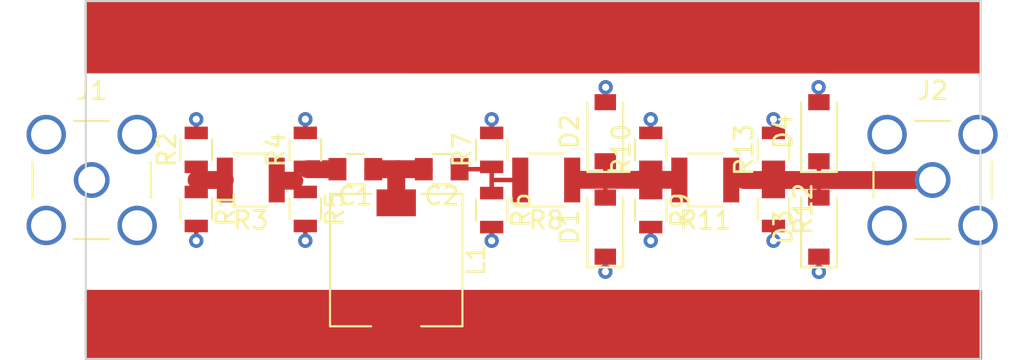
<source format=kicad_pcb>
(kicad_pcb (version 20171130) (host pcbnew "(5.1.2)-1")

  (general
    (thickness 1.6)
    (drawings 6)
    (tracks 47)
    (zones 0)
    (modules 22)
    (nets 8)
  )

  (page A4)
  (layers
    (0 F.Cu signal)
    (31 B.Cu signal)
    (32 B.Adhes user)
    (33 F.Adhes user)
    (34 B.Paste user)
    (35 F.Paste user)
    (36 B.SilkS user)
    (37 F.SilkS user)
    (38 B.Mask user)
    (39 F.Mask user)
    (40 Dwgs.User user)
    (41 Cmts.User user)
    (42 Eco1.User user)
    (43 Eco2.User user)
    (44 Edge.Cuts user)
    (45 Margin user)
    (46 B.CrtYd user)
    (47 F.CrtYd user)
    (48 B.Fab user)
    (49 F.Fab user)
  )

  (setup
    (last_trace_width 0.25)
    (trace_clearance 0.2)
    (zone_clearance 0.508)
    (zone_45_only no)
    (trace_min 0.2)
    (via_size 0.8)
    (via_drill 0.4)
    (via_min_size 0.4)
    (via_min_drill 0.3)
    (uvia_size 0.3)
    (uvia_drill 0.1)
    (uvias_allowed no)
    (uvia_min_size 0.2)
    (uvia_min_drill 0.1)
    (edge_width 0.05)
    (segment_width 0.2)
    (pcb_text_width 0.3)
    (pcb_text_size 1.5 1.5)
    (mod_edge_width 0.12)
    (mod_text_size 1 1)
    (mod_text_width 0.15)
    (pad_size 0.7 1.3)
    (pad_drill 0)
    (pad_to_mask_clearance 0.051)
    (solder_mask_min_width 0.25)
    (aux_axis_origin 0 0)
    (grid_origin 100 115)
    (visible_elements 7FFFFFFF)
    (pcbplotparams
      (layerselection 0x010fc_ffffffff)
      (usegerberextensions false)
      (usegerberattributes false)
      (usegerberadvancedattributes false)
      (creategerberjobfile false)
      (excludeedgelayer true)
      (linewidth 0.100000)
      (plotframeref false)
      (viasonmask false)
      (mode 1)
      (useauxorigin false)
      (hpglpennumber 1)
      (hpglpenspeed 20)
      (hpglpendiameter 15.000000)
      (psnegative false)
      (psa4output false)
      (plotreference true)
      (plotvalue true)
      (plotinvisibletext false)
      (padsonsilk false)
      (subtractmaskfromsilk false)
      (outputformat 1)
      (mirror false)
      (drillshape 1)
      (scaleselection 1)
      (outputdirectory ""))
  )

  (net 0 "")
  (net 1 "Net-(C1-Pad1)")
  (net 2 "Net-(C1-Pad2)")
  (net 3 "Net-(C2-Pad1)")
  (net 4 GND)
  (net 5 "Net-(D1-Pad2)")
  (net 6 "Net-(D3-Pad2)")
  (net 7 "Net-(J1-Pad1)")

  (net_class Default "This is the default net class."
    (clearance 0.2)
    (trace_width 0.25)
    (via_dia 0.8)
    (via_drill 0.4)
    (uvia_dia 0.3)
    (uvia_drill 0.1)
    (add_net GND)
    (add_net "Net-(C1-Pad1)")
    (add_net "Net-(C1-Pad2)")
    (add_net "Net-(C2-Pad1)")
    (add_net "Net-(D1-Pad2)")
    (add_net "Net-(D3-Pad2)")
    (add_net "Net-(J1-Pad1)")
  )

  (module Resistors_SMD:R_0805 (layer F.Cu) (tedit 58E0A804) (tstamp 5CF47C43)
    (at 138.43 103.316 90)
    (descr "Resistor SMD 0805, reflow soldering, Vishay (see dcrcw.pdf)")
    (tags "resistor 0805")
    (path /5CF65A21)
    (attr smd)
    (fp_text reference R13 (at 0 -1.65 90) (layer F.SilkS)
      (effects (font (size 1 1) (thickness 0.15)))
    )
    (fp_text value 820 (at 0 1.75 90) (layer F.Fab)
      (effects (font (size 1 1) (thickness 0.15)))
    )
    (fp_text user %R (at 0 0 90) (layer F.Fab)
      (effects (font (size 0.5 0.5) (thickness 0.075)))
    )
    (fp_line (start -1 0.62) (end -1 -0.62) (layer F.Fab) (width 0.1))
    (fp_line (start 1 0.62) (end -1 0.62) (layer F.Fab) (width 0.1))
    (fp_line (start 1 -0.62) (end 1 0.62) (layer F.Fab) (width 0.1))
    (fp_line (start -1 -0.62) (end 1 -0.62) (layer F.Fab) (width 0.1))
    (fp_line (start 0.6 0.88) (end -0.6 0.88) (layer F.SilkS) (width 0.12))
    (fp_line (start -0.6 -0.88) (end 0.6 -0.88) (layer F.SilkS) (width 0.12))
    (fp_line (start -1.55 -0.9) (end 1.55 -0.9) (layer F.CrtYd) (width 0.05))
    (fp_line (start -1.55 -0.9) (end -1.55 0.9) (layer F.CrtYd) (width 0.05))
    (fp_line (start 1.55 0.9) (end 1.55 -0.9) (layer F.CrtYd) (width 0.05))
    (fp_line (start 1.55 0.9) (end -1.55 0.9) (layer F.CrtYd) (width 0.05))
    (pad 1 smd rect (at -0.95 0 90) (size 0.7 1.3) (layers F.Cu F.Paste F.Mask)
      (net 6 "Net-(D3-Pad2)"))
    (pad 2 smd rect (at 0.95 0 90) (size 0.7 1.3) (layers F.Cu F.Paste F.Mask)
      (net 4 GND))
    (model ${KISYS3DMOD}/Resistors_SMD.3dshapes/R_0805.wrl
      (at (xyz 0 0 0))
      (scale (xyz 1 1 1))
      (rotate (xyz 0 0 0))
    )
  )

  (module Resistors_SMD:R_0805 (layer F.Cu) (tedit 58E0A804) (tstamp 5CF47C40)
    (at 138.43 106.618 270)
    (descr "Resistor SMD 0805, reflow soldering, Vishay (see dcrcw.pdf)")
    (tags "resistor 0805")
    (path /5CF652FF)
    (attr smd)
    (fp_text reference R12 (at 0 -1.65 90) (layer F.SilkS)
      (effects (font (size 1 1) (thickness 0.15)))
    )
    (fp_text value 820 (at 0 1.75 90) (layer F.Fab)
      (effects (font (size 1 1) (thickness 0.15)))
    )
    (fp_text user %R (at 0 0 90) (layer F.Fab)
      (effects (font (size 0.5 0.5) (thickness 0.075)))
    )
    (fp_line (start -1 0.62) (end -1 -0.62) (layer F.Fab) (width 0.1))
    (fp_line (start 1 0.62) (end -1 0.62) (layer F.Fab) (width 0.1))
    (fp_line (start 1 -0.62) (end 1 0.62) (layer F.Fab) (width 0.1))
    (fp_line (start -1 -0.62) (end 1 -0.62) (layer F.Fab) (width 0.1))
    (fp_line (start 0.6 0.88) (end -0.6 0.88) (layer F.SilkS) (width 0.12))
    (fp_line (start -0.6 -0.88) (end 0.6 -0.88) (layer F.SilkS) (width 0.12))
    (fp_line (start -1.55 -0.9) (end 1.55 -0.9) (layer F.CrtYd) (width 0.05))
    (fp_line (start -1.55 -0.9) (end -1.55 0.9) (layer F.CrtYd) (width 0.05))
    (fp_line (start 1.55 0.9) (end 1.55 -0.9) (layer F.CrtYd) (width 0.05))
    (fp_line (start 1.55 0.9) (end -1.55 0.9) (layer F.CrtYd) (width 0.05))
    (pad 1 smd rect (at -0.95 0 270) (size 0.7 1.3) (layers F.Cu F.Paste F.Mask)
      (net 6 "Net-(D3-Pad2)"))
    (pad 2 smd rect (at 0.95 0 270) (size 0.7 1.3) (layers F.Cu F.Paste F.Mask)
      (net 4 GND))
    (model ${KISYS3DMOD}/Resistors_SMD.3dshapes/R_0805.wrl
      (at (xyz 0 0 0))
      (scale (xyz 1 1 1))
      (rotate (xyz 0 0 0))
    )
  )

  (module Resistors_SMD:R_1210 (layer F.Cu) (tedit 58E0A804) (tstamp 5CF47C3D)
    (at 134.62 105 180)
    (descr "Resistor SMD 1210, reflow soldering, Vishay (see dcrcw.pdf)")
    (tags "resistor 1210")
    (path /5CF64A35)
    (attr smd)
    (fp_text reference R11 (at 0 -2.25) (layer F.SilkS)
      (effects (font (size 1 1) (thickness 0.15)))
    )
    (fp_text value 12 (at 0 2.4) (layer F.Fab)
      (effects (font (size 1 1) (thickness 0.15)))
    )
    (fp_text user %R (at 0 0) (layer F.Fab)
      (effects (font (size 0.7 0.7) (thickness 0.105)))
    )
    (fp_line (start -1.6 1.25) (end -1.6 -1.25) (layer F.Fab) (width 0.1))
    (fp_line (start 1.6 1.25) (end -1.6 1.25) (layer F.Fab) (width 0.1))
    (fp_line (start 1.6 -1.25) (end 1.6 1.25) (layer F.Fab) (width 0.1))
    (fp_line (start -1.6 -1.25) (end 1.6 -1.25) (layer F.Fab) (width 0.1))
    (fp_line (start 1 1.48) (end -1 1.48) (layer F.SilkS) (width 0.12))
    (fp_line (start -1 -1.48) (end 1 -1.48) (layer F.SilkS) (width 0.12))
    (fp_line (start -2.15 -1.5) (end 2.15 -1.5) (layer F.CrtYd) (width 0.05))
    (fp_line (start -2.15 -1.5) (end -2.15 1.5) (layer F.CrtYd) (width 0.05))
    (fp_line (start 2.15 1.5) (end 2.15 -1.5) (layer F.CrtYd) (width 0.05))
    (fp_line (start 2.15 1.5) (end -2.15 1.5) (layer F.CrtYd) (width 0.05))
    (pad 1 smd rect (at -1.45 0 180) (size 0.9 2.5) (layers F.Cu F.Paste F.Mask)
      (net 6 "Net-(D3-Pad2)"))
    (pad 2 smd rect (at 1.45 0 180) (size 0.9 2.5) (layers F.Cu F.Paste F.Mask)
      (net 5 "Net-(D1-Pad2)"))
    (model ${KISYS3DMOD}/Resistors_SMD.3dshapes/R_1210.wrl
      (at (xyz 0 0 0))
      (scale (xyz 1 1 1))
      (rotate (xyz 0 0 0))
    )
  )

  (module Resistors_SMD:R_0805 (layer F.Cu) (tedit 58E0A804) (tstamp 5CF47C3A)
    (at 131.572 103.316 90)
    (descr "Resistor SMD 0805, reflow soldering, Vishay (see dcrcw.pdf)")
    (tags "resistor 0805")
    (path /5CF541F8)
    (attr smd)
    (fp_text reference R10 (at 0 -1.65 90) (layer F.SilkS)
      (effects (font (size 1 1) (thickness 0.15)))
    )
    (fp_text value 240 (at 0 1.75 90) (layer F.Fab)
      (effects (font (size 1 1) (thickness 0.15)))
    )
    (fp_text user %R (at 0 0 90) (layer F.Fab)
      (effects (font (size 0.5 0.5) (thickness 0.075)))
    )
    (fp_line (start -1 0.62) (end -1 -0.62) (layer F.Fab) (width 0.1))
    (fp_line (start 1 0.62) (end -1 0.62) (layer F.Fab) (width 0.1))
    (fp_line (start 1 -0.62) (end 1 0.62) (layer F.Fab) (width 0.1))
    (fp_line (start -1 -0.62) (end 1 -0.62) (layer F.Fab) (width 0.1))
    (fp_line (start 0.6 0.88) (end -0.6 0.88) (layer F.SilkS) (width 0.12))
    (fp_line (start -0.6 -0.88) (end 0.6 -0.88) (layer F.SilkS) (width 0.12))
    (fp_line (start -1.55 -0.9) (end 1.55 -0.9) (layer F.CrtYd) (width 0.05))
    (fp_line (start -1.55 -0.9) (end -1.55 0.9) (layer F.CrtYd) (width 0.05))
    (fp_line (start 1.55 0.9) (end 1.55 -0.9) (layer F.CrtYd) (width 0.05))
    (fp_line (start 1.55 0.9) (end -1.55 0.9) (layer F.CrtYd) (width 0.05))
    (pad 1 smd rect (at -0.95 0 90) (size 0.7 1.3) (layers F.Cu F.Paste F.Mask)
      (net 5 "Net-(D1-Pad2)"))
    (pad 2 smd rect (at 0.95 0 90) (size 0.7 1.3) (layers F.Cu F.Paste F.Mask)
      (net 4 GND))
    (model ${KISYS3DMOD}/Resistors_SMD.3dshapes/R_0805.wrl
      (at (xyz 0 0 0))
      (scale (xyz 1 1 1))
      (rotate (xyz 0 0 0))
    )
  )

  (module Resistors_SMD:R_0805 (layer F.Cu) (tedit 58E0A804) (tstamp 5CF47C37)
    (at 131.572 106.68 270)
    (descr "Resistor SMD 0805, reflow soldering, Vishay (see dcrcw.pdf)")
    (tags "resistor 0805")
    (path /5CF53E20)
    (attr smd)
    (fp_text reference R9 (at 0 -1.65 90) (layer F.SilkS)
      (effects (font (size 1 1) (thickness 0.15)))
    )
    (fp_text value 240 (at 0 1.75 90) (layer F.Fab)
      (effects (font (size 1 1) (thickness 0.15)))
    )
    (fp_text user %R (at 0 0 90) (layer F.Fab)
      (effects (font (size 0.5 0.5) (thickness 0.075)))
    )
    (fp_line (start -1 0.62) (end -1 -0.62) (layer F.Fab) (width 0.1))
    (fp_line (start 1 0.62) (end -1 0.62) (layer F.Fab) (width 0.1))
    (fp_line (start 1 -0.62) (end 1 0.62) (layer F.Fab) (width 0.1))
    (fp_line (start -1 -0.62) (end 1 -0.62) (layer F.Fab) (width 0.1))
    (fp_line (start 0.6 0.88) (end -0.6 0.88) (layer F.SilkS) (width 0.12))
    (fp_line (start -0.6 -0.88) (end 0.6 -0.88) (layer F.SilkS) (width 0.12))
    (fp_line (start -1.55 -0.9) (end 1.55 -0.9) (layer F.CrtYd) (width 0.05))
    (fp_line (start -1.55 -0.9) (end -1.55 0.9) (layer F.CrtYd) (width 0.05))
    (fp_line (start 1.55 0.9) (end 1.55 -0.9) (layer F.CrtYd) (width 0.05))
    (fp_line (start 1.55 0.9) (end -1.55 0.9) (layer F.CrtYd) (width 0.05))
    (pad 1 smd rect (at -0.95 0 270) (size 0.7 1.3) (layers F.Cu F.Paste F.Mask)
      (net 5 "Net-(D1-Pad2)"))
    (pad 2 smd rect (at 0.95 0 270) (size 0.7 1.3) (layers F.Cu F.Paste F.Mask)
      (net 4 GND))
    (model ${KISYS3DMOD}/Resistors_SMD.3dshapes/R_0805.wrl
      (at (xyz 0 0 0))
      (scale (xyz 1 1 1))
      (rotate (xyz 0 0 0))
    )
  )

  (module Resistors_SMD:R_1210 (layer F.Cu) (tedit 58E0A804) (tstamp 5CF47C34)
    (at 125.73 105 180)
    (descr "Resistor SMD 1210, reflow soldering, Vishay (see dcrcw.pdf)")
    (tags "resistor 1210")
    (path /5CF5171A)
    (attr smd)
    (fp_text reference R8 (at 0 -2.25) (layer F.SilkS)
      (effects (font (size 1 1) (thickness 0.15)))
    )
    (fp_text value 27 (at 0 2.4) (layer F.Fab)
      (effects (font (size 1 1) (thickness 0.15)))
    )
    (fp_text user %R (at 0 0.04725) (layer F.Fab)
      (effects (font (size 0.7 0.7) (thickness 0.105)))
    )
    (fp_line (start -1.6 1.25) (end -1.6 -1.25) (layer F.Fab) (width 0.1))
    (fp_line (start 1.6 1.25) (end -1.6 1.25) (layer F.Fab) (width 0.1))
    (fp_line (start 1.6 -1.25) (end 1.6 1.25) (layer F.Fab) (width 0.1))
    (fp_line (start -1.6 -1.25) (end 1.6 -1.25) (layer F.Fab) (width 0.1))
    (fp_line (start 1 1.48) (end -1 1.48) (layer F.SilkS) (width 0.12))
    (fp_line (start -1 -1.48) (end 1 -1.48) (layer F.SilkS) (width 0.12))
    (fp_line (start -2.15 -1.5) (end 2.15 -1.5) (layer F.CrtYd) (width 0.05))
    (fp_line (start -2.15 -1.5) (end -2.15 1.5) (layer F.CrtYd) (width 0.05))
    (fp_line (start 2.15 1.5) (end 2.15 -1.5) (layer F.CrtYd) (width 0.05))
    (fp_line (start 2.15 1.5) (end -2.15 1.5) (layer F.CrtYd) (width 0.05))
    (pad 1 smd rect (at -1.45 0 180) (size 0.9 2.5) (layers F.Cu F.Paste F.Mask)
      (net 5 "Net-(D1-Pad2)"))
    (pad 2 smd rect (at 1.45 0 180) (size 0.9 2.5) (layers F.Cu F.Paste F.Mask)
      (net 3 "Net-(C2-Pad1)"))
    (model ${KISYS3DMOD}/Resistors_SMD.3dshapes/R_1210.wrl
      (at (xyz 0 0 0))
      (scale (xyz 1 1 1))
      (rotate (xyz 0 0 0))
    )
  )

  (module Resistors_SMD:R_0805 (layer F.Cu) (tedit 58E0A804) (tstamp 5CF47C31)
    (at 122.682 103.316 90)
    (descr "Resistor SMD 0805, reflow soldering, Vishay (see dcrcw.pdf)")
    (tags "resistor 0805")
    (path /5CF507A0)
    (attr smd)
    (fp_text reference R7 (at 0 -1.65 90) (layer F.SilkS)
      (effects (font (size 1 1) (thickness 0.15)))
    )
    (fp_text value 390 (at 0 1.75 90) (layer F.Fab)
      (effects (font (size 1 1) (thickness 0.15)))
    )
    (fp_text user %R (at 0 0 90) (layer F.Fab)
      (effects (font (size 0.5 0.5) (thickness 0.075)))
    )
    (fp_line (start -1 0.62) (end -1 -0.62) (layer F.Fab) (width 0.1))
    (fp_line (start 1 0.62) (end -1 0.62) (layer F.Fab) (width 0.1))
    (fp_line (start 1 -0.62) (end 1 0.62) (layer F.Fab) (width 0.1))
    (fp_line (start -1 -0.62) (end 1 -0.62) (layer F.Fab) (width 0.1))
    (fp_line (start 0.6 0.88) (end -0.6 0.88) (layer F.SilkS) (width 0.12))
    (fp_line (start -0.6 -0.88) (end 0.6 -0.88) (layer F.SilkS) (width 0.12))
    (fp_line (start -1.55 -0.9) (end 1.55 -0.9) (layer F.CrtYd) (width 0.05))
    (fp_line (start -1.55 -0.9) (end -1.55 0.9) (layer F.CrtYd) (width 0.05))
    (fp_line (start 1.55 0.9) (end 1.55 -0.9) (layer F.CrtYd) (width 0.05))
    (fp_line (start 1.55 0.9) (end -1.55 0.9) (layer F.CrtYd) (width 0.05))
    (pad 1 smd rect (at -0.95 0 90) (size 0.7 1.3) (layers F.Cu F.Paste F.Mask)
      (net 3 "Net-(C2-Pad1)"))
    (pad 2 smd rect (at 0.95 0 90) (size 0.7 1.3) (layers F.Cu F.Paste F.Mask)
      (net 4 GND))
    (model ${KISYS3DMOD}/Resistors_SMD.3dshapes/R_0805.wrl
      (at (xyz 0 0 0))
      (scale (xyz 1 1 1))
      (rotate (xyz 0 0 0))
    )
  )

  (module Resistors_SMD:R_0805 (layer F.Cu) (tedit 58E0A804) (tstamp 5CF47C2E)
    (at 122.682 106.68 270)
    (descr "Resistor SMD 0805, reflow soldering, Vishay (see dcrcw.pdf)")
    (tags "resistor 0805")
    (path /5CF4FBB7)
    (attr smd)
    (fp_text reference R6 (at 0 -1.65 90) (layer F.SilkS)
      (effects (font (size 1 1) (thickness 0.15)))
    )
    (fp_text value 390 (at 0 1.75 90) (layer F.Fab)
      (effects (font (size 1 1) (thickness 0.15)))
    )
    (fp_text user %R (at 0 0 90) (layer F.Fab)
      (effects (font (size 0.5 0.5) (thickness 0.075)))
    )
    (fp_line (start -1 0.62) (end -1 -0.62) (layer F.Fab) (width 0.1))
    (fp_line (start 1 0.62) (end -1 0.62) (layer F.Fab) (width 0.1))
    (fp_line (start 1 -0.62) (end 1 0.62) (layer F.Fab) (width 0.1))
    (fp_line (start -1 -0.62) (end 1 -0.62) (layer F.Fab) (width 0.1))
    (fp_line (start 0.6 0.88) (end -0.6 0.88) (layer F.SilkS) (width 0.12))
    (fp_line (start -0.6 -0.88) (end 0.6 -0.88) (layer F.SilkS) (width 0.12))
    (fp_line (start -1.55 -0.9) (end 1.55 -0.9) (layer F.CrtYd) (width 0.05))
    (fp_line (start -1.55 -0.9) (end -1.55 0.9) (layer F.CrtYd) (width 0.05))
    (fp_line (start 1.55 0.9) (end 1.55 -0.9) (layer F.CrtYd) (width 0.05))
    (fp_line (start 1.55 0.9) (end -1.55 0.9) (layer F.CrtYd) (width 0.05))
    (pad 1 smd rect (at -0.95 0 270) (size 0.7 1.3) (layers F.Cu F.Paste F.Mask)
      (net 3 "Net-(C2-Pad1)"))
    (pad 2 smd rect (at 0.95 0 270) (size 0.7 1.3) (layers F.Cu F.Paste F.Mask)
      (net 4 GND))
    (model ${KISYS3DMOD}/Resistors_SMD.3dshapes/R_0805.wrl
      (at (xyz 0 0 0))
      (scale (xyz 1 1 1))
      (rotate (xyz 0 0 0))
    )
  )

  (module Resistors_SMD:R_0805 (layer F.Cu) (tedit 58E0A804) (tstamp 5CF47C2B)
    (at 112.268 106.618 270)
    (descr "Resistor SMD 0805, reflow soldering, Vishay (see dcrcw.pdf)")
    (tags "resistor 0805")
    (path /5CF48D3E)
    (attr smd)
    (fp_text reference R5 (at 0 -1.65 90) (layer F.SilkS)
      (effects (font (size 1 1) (thickness 0.15)))
    )
    (fp_text value 150 (at 0 1.75 90) (layer F.Fab)
      (effects (font (size 1 1) (thickness 0.15)))
    )
    (fp_text user %R (at 0 0 90) (layer F.Fab)
      (effects (font (size 0.5 0.5) (thickness 0.075)))
    )
    (fp_line (start -1 0.62) (end -1 -0.62) (layer F.Fab) (width 0.1))
    (fp_line (start 1 0.62) (end -1 0.62) (layer F.Fab) (width 0.1))
    (fp_line (start 1 -0.62) (end 1 0.62) (layer F.Fab) (width 0.1))
    (fp_line (start -1 -0.62) (end 1 -0.62) (layer F.Fab) (width 0.1))
    (fp_line (start 0.6 0.88) (end -0.6 0.88) (layer F.SilkS) (width 0.12))
    (fp_line (start -0.6 -0.88) (end 0.6 -0.88) (layer F.SilkS) (width 0.12))
    (fp_line (start -1.55 -0.9) (end 1.55 -0.9) (layer F.CrtYd) (width 0.05))
    (fp_line (start -1.55 -0.9) (end -1.55 0.9) (layer F.CrtYd) (width 0.05))
    (fp_line (start 1.55 0.9) (end 1.55 -0.9) (layer F.CrtYd) (width 0.05))
    (fp_line (start 1.55 0.9) (end -1.55 0.9) (layer F.CrtYd) (width 0.05))
    (pad 1 smd rect (at -0.95 0 270) (size 0.7 1.3) (layers F.Cu F.Paste F.Mask)
      (net 2 "Net-(C1-Pad2)"))
    (pad 2 smd rect (at 0.95 0 270) (size 0.7 1.3) (layers F.Cu F.Paste F.Mask)
      (net 4 GND))
    (model ${KISYS3DMOD}/Resistors_SMD.3dshapes/R_0805.wrl
      (at (xyz 0 0 0))
      (scale (xyz 1 1 1))
      (rotate (xyz 0 0 0))
    )
  )

  (module Resistors_SMD:R_0805 (layer F.Cu) (tedit 58E0A804) (tstamp 5CF47C28)
    (at 112.268 103.316 90)
    (descr "Resistor SMD 0805, reflow soldering, Vishay (see dcrcw.pdf)")
    (tags "resistor 0805")
    (path /5CF484C5)
    (attr smd)
    (fp_text reference R4 (at 0 -1.65 90) (layer F.SilkS)
      (effects (font (size 1 1) (thickness 0.15)))
    )
    (fp_text value 150 (at 0 1.75 90) (layer F.Fab)
      (effects (font (size 1 1) (thickness 0.15)))
    )
    (fp_text user %R (at 0 0 90) (layer F.Fab)
      (effects (font (size 0.5 0.5) (thickness 0.075)))
    )
    (fp_line (start -1 0.62) (end -1 -0.62) (layer F.Fab) (width 0.1))
    (fp_line (start 1 0.62) (end -1 0.62) (layer F.Fab) (width 0.1))
    (fp_line (start 1 -0.62) (end 1 0.62) (layer F.Fab) (width 0.1))
    (fp_line (start -1 -0.62) (end 1 -0.62) (layer F.Fab) (width 0.1))
    (fp_line (start 0.6 0.88) (end -0.6 0.88) (layer F.SilkS) (width 0.12))
    (fp_line (start -0.6 -0.88) (end 0.6 -0.88) (layer F.SilkS) (width 0.12))
    (fp_line (start -1.55 -0.9) (end 1.55 -0.9) (layer F.CrtYd) (width 0.05))
    (fp_line (start -1.55 -0.9) (end -1.55 0.9) (layer F.CrtYd) (width 0.05))
    (fp_line (start 1.55 0.9) (end 1.55 -0.9) (layer F.CrtYd) (width 0.05))
    (fp_line (start 1.55 0.9) (end -1.55 0.9) (layer F.CrtYd) (width 0.05))
    (pad 1 smd rect (at -0.95 0 90) (size 0.7 1.3) (layers F.Cu F.Paste F.Mask)
      (net 2 "Net-(C1-Pad2)"))
    (pad 2 smd rect (at 0.95 0 90) (size 0.7 1.3) (layers F.Cu F.Paste F.Mask)
      (net 4 GND))
    (model ${KISYS3DMOD}/Resistors_SMD.3dshapes/R_0805.wrl
      (at (xyz 0 0 0))
      (scale (xyz 1 1 1))
      (rotate (xyz 0 0 0))
    )
  )

  (module Resistors_SMD:R_1210 (layer F.Cu) (tedit 58E0A804) (tstamp 5CF47C25)
    (at 109.22 105 180)
    (descr "Resistor SMD 1210, reflow soldering, Vishay (see dcrcw.pdf)")
    (tags "resistor 1210")
    (path /5CF48F89)
    (attr smd)
    (fp_text reference R3 (at 0 -2.25) (layer F.SilkS)
      (effects (font (size 1 1) (thickness 0.15)))
    )
    (fp_text value 16 (at 0 2.4) (layer F.Fab)
      (effects (font (size 1 1) (thickness 0.15)))
    )
    (fp_text user %R (at 0 0) (layer F.Fab)
      (effects (font (size 0.7 0.7) (thickness 0.105)))
    )
    (fp_line (start -1.6 1.25) (end -1.6 -1.25) (layer F.Fab) (width 0.1))
    (fp_line (start 1.6 1.25) (end -1.6 1.25) (layer F.Fab) (width 0.1))
    (fp_line (start 1.6 -1.25) (end 1.6 1.25) (layer F.Fab) (width 0.1))
    (fp_line (start -1.6 -1.25) (end 1.6 -1.25) (layer F.Fab) (width 0.1))
    (fp_line (start 1 1.48) (end -1 1.48) (layer F.SilkS) (width 0.12))
    (fp_line (start -1 -1.48) (end 1 -1.48) (layer F.SilkS) (width 0.12))
    (fp_line (start -2.15 -1.5) (end 2.15 -1.5) (layer F.CrtYd) (width 0.05))
    (fp_line (start -2.15 -1.5) (end -2.15 1.5) (layer F.CrtYd) (width 0.05))
    (fp_line (start 2.15 1.5) (end 2.15 -1.5) (layer F.CrtYd) (width 0.05))
    (fp_line (start 2.15 1.5) (end -2.15 1.5) (layer F.CrtYd) (width 0.05))
    (pad 1 smd rect (at -1.45 0 180) (size 0.9 2.5) (layers F.Cu F.Paste F.Mask)
      (net 2 "Net-(C1-Pad2)"))
    (pad 2 smd rect (at 1.45 0 180) (size 0.9 2.5) (layers F.Cu F.Paste F.Mask)
      (net 7 "Net-(J1-Pad1)"))
    (model ${KISYS3DMOD}/Resistors_SMD.3dshapes/R_1210.wrl
      (at (xyz 0 0 0))
      (scale (xyz 1 1 1))
      (rotate (xyz 0 0 0))
    )
  )

  (module Resistors_SMD:R_0805 (layer F.Cu) (tedit 58E0A804) (tstamp 5CF47C22)
    (at 106.172 103.316 90)
    (descr "Resistor SMD 0805, reflow soldering, Vishay (see dcrcw.pdf)")
    (tags "resistor 0805")
    (path /5CF47999)
    (attr smd)
    (fp_text reference R2 (at 0 -1.65 90) (layer F.SilkS)
      (effects (font (size 1 1) (thickness 0.15)))
    )
    (fp_text value 150 (at 0 1.75 90) (layer F.Fab)
      (effects (font (size 1 1) (thickness 0.15)))
    )
    (fp_text user %R (at 0 0 90) (layer F.Fab)
      (effects (font (size 0.5 0.5) (thickness 0.075)))
    )
    (fp_line (start -1 0.62) (end -1 -0.62) (layer F.Fab) (width 0.1))
    (fp_line (start 1 0.62) (end -1 0.62) (layer F.Fab) (width 0.1))
    (fp_line (start 1 -0.62) (end 1 0.62) (layer F.Fab) (width 0.1))
    (fp_line (start -1 -0.62) (end 1 -0.62) (layer F.Fab) (width 0.1))
    (fp_line (start 0.6 0.88) (end -0.6 0.88) (layer F.SilkS) (width 0.12))
    (fp_line (start -0.6 -0.88) (end 0.6 -0.88) (layer F.SilkS) (width 0.12))
    (fp_line (start -1.55 -0.9) (end 1.55 -0.9) (layer F.CrtYd) (width 0.05))
    (fp_line (start -1.55 -0.9) (end -1.55 0.9) (layer F.CrtYd) (width 0.05))
    (fp_line (start 1.55 0.9) (end 1.55 -0.9) (layer F.CrtYd) (width 0.05))
    (fp_line (start 1.55 0.9) (end -1.55 0.9) (layer F.CrtYd) (width 0.05))
    (pad 1 smd rect (at -0.95 0 90) (size 0.7 1.3) (layers F.Cu F.Paste F.Mask)
      (net 7 "Net-(J1-Pad1)"))
    (pad 2 smd rect (at 0.95 0 90) (size 0.7 1.3) (layers F.Cu F.Paste F.Mask)
      (net 4 GND))
    (model ${KISYS3DMOD}/Resistors_SMD.3dshapes/R_0805.wrl
      (at (xyz 0 0 0))
      (scale (xyz 1 1 1))
      (rotate (xyz 0 0 0))
    )
  )

  (module Resistors_SMD:R_0805 (layer F.Cu) (tedit 5CF4987B) (tstamp 5CF47C1F)
    (at 106.172 106.618 270)
    (descr "Resistor SMD 0805, reflow soldering, Vishay (see dcrcw.pdf)")
    (tags "resistor 0805")
    (path /5CF4758E)
    (attr smd)
    (fp_text reference R1 (at 0 -1.65 90) (layer F.SilkS)
      (effects (font (size 1 1) (thickness 0.15)))
    )
    (fp_text value 150 (at 0 1.75 90) (layer F.Fab)
      (effects (font (size 1 1) (thickness 0.15)))
    )
    (fp_text user %R (at 0 0 90) (layer F.Fab)
      (effects (font (size 0.5 0.5) (thickness 0.075)))
    )
    (fp_line (start -1 0.62) (end -1 -0.62) (layer F.Fab) (width 0.1))
    (fp_line (start 1 0.62) (end -1 0.62) (layer F.Fab) (width 0.1))
    (fp_line (start 1 -0.62) (end 1 0.62) (layer F.Fab) (width 0.1))
    (fp_line (start -1 -0.62) (end 1 -0.62) (layer F.Fab) (width 0.1))
    (fp_line (start 0.6 0.88) (end -0.6 0.88) (layer F.SilkS) (width 0.12))
    (fp_line (start -0.6 -0.88) (end 0.6 -0.88) (layer F.SilkS) (width 0.12))
    (fp_line (start -1.55 -0.9) (end 1.55 -0.9) (layer F.CrtYd) (width 0.05))
    (fp_line (start -1.55 -0.9) (end -1.55 0.9) (layer F.CrtYd) (width 0.05))
    (fp_line (start 1.55 0.9) (end 1.55 -0.9) (layer F.CrtYd) (width 0.05))
    (fp_line (start 1.55 0.9) (end -1.55 0.9) (layer F.CrtYd) (width 0.05))
    (pad 1 smd rect (at -0.95 0 270) (size 0.7 1.3) (layers F.Cu F.Paste F.Mask)
      (net 7 "Net-(J1-Pad1)"))
    (pad 2 smd rect (at 0.95 0 270) (size 0.7 1.3) (layers F.Cu F.Paste F.Mask)
      (net 4 GND))
    (model ${KISYS3DMOD}/Resistors_SMD.3dshapes/R_0805.wrl
      (at (xyz 0 0 0))
      (scale (xyz 1 1 1))
      (rotate (xyz 0 0 0))
    )
  )

  (module Inductors_SMD:L_7.3x7.3_H3.5 (layer F.Cu) (tedit 5990349C) (tstamp 5CF47C1C)
    (at 117.348 109.474 270)
    (descr "Choke, SMD, 7.3x7.3mm 3.5mm height")
    (tags "Choke SMD")
    (path /5CF4B7A3)
    (attr smd)
    (fp_text reference L1 (at 0 -4.45 90) (layer F.SilkS)
      (effects (font (size 1 1) (thickness 0.15)))
    )
    (fp_text value 1000u (at 0 4.45 90) (layer F.Fab)
      (effects (font (size 1 1) (thickness 0.15)))
    )
    (fp_text user %R (at 0 0 90) (layer F.Fab)
      (effects (font (size 1 1) (thickness 0.15)))
    )
    (fp_line (start 3.7 1.4) (end 3.7 3.7) (layer F.SilkS) (width 0.12))
    (fp_line (start 3.7 3.7) (end -3.7 3.7) (layer F.SilkS) (width 0.12))
    (fp_line (start -3.7 3.7) (end -3.7 1.4) (layer F.SilkS) (width 0.12))
    (fp_line (start -3.7 -1.4) (end -3.7 -3.7) (layer F.SilkS) (width 0.12))
    (fp_line (start -3.7 -3.7) (end 3.7 -3.7) (layer F.SilkS) (width 0.12))
    (fp_line (start 3.7 -3.7) (end 3.7 -1.4) (layer F.SilkS) (width 0.12))
    (fp_line (start -4.2 -3.9) (end -4.2 3.9) (layer F.CrtYd) (width 0.05))
    (fp_line (start -4.2 3.9) (end 4.2 3.9) (layer F.CrtYd) (width 0.05))
    (fp_line (start 4.2 3.9) (end 4.2 -3.9) (layer F.CrtYd) (width 0.05))
    (fp_line (start 4.2 -3.9) (end -4.2 -3.9) (layer F.CrtYd) (width 0.05))
    (fp_line (start 3.65 3.65) (end 3.65 1.4) (layer F.Fab) (width 0.1))
    (fp_line (start 3.65 -3.65) (end 3.65 -1.4) (layer F.Fab) (width 0.1))
    (fp_line (start -3.65 3.65) (end -3.65 1.4) (layer F.Fab) (width 0.1))
    (fp_line (start -3.65 -3.65) (end -3.65 -1.4) (layer F.Fab) (width 0.1))
    (fp_line (start 3.65 3.65) (end -3.65 3.65) (layer F.Fab) (width 0.1))
    (fp_line (start -3.65 -3.65) (end 3.65 -3.65) (layer F.Fab) (width 0.1))
    (fp_arc (start 0 0) (end 2.29 2.29) (angle 90) (layer F.Fab) (width 0.1))
    (fp_arc (start 0 0) (end -2.29 -2.29) (angle 90) (layer F.Fab) (width 0.1))
    (pad 1 smd rect (at -3.2 0 270) (size 1.5 2.2) (layers F.Cu F.Paste F.Mask)
      (net 1 "Net-(C1-Pad1)"))
    (pad 2 smd rect (at 3.2 0 270) (size 1.5 2.2) (layers F.Cu F.Paste F.Mask)
      (net 4 GND))
    (model ${KISYS3DMOD}/Inductors_SMD.3dshapes/L_7.3x7.3_H3.5.wrl
      (at (xyz 0 0 0))
      (scale (xyz 1 1 1))
      (rotate (xyz 0 0 0))
    )
  )

  (module Connectors:SMA_THT_Jack_Straight (layer F.Cu) (tedit 58C301F2) (tstamp 5CF47C19)
    (at 147.32 105)
    (descr "SMA pcb through hole jack")
    (tags "SMA THT Jack Straight")
    (path /5CF70293)
    (fp_text reference J2 (at 0 -5) (layer F.SilkS)
      (effects (font (size 1 1) (thickness 0.15)))
    )
    (fp_text value Conn_Coaxial (at 0 5) (layer F.Fab)
      (effects (font (size 1 1) (thickness 0.15)))
    )
    (fp_line (start 2.03 -3.05) (end 3.05 -3.05) (layer F.Fab) (width 0.1))
    (fp_line (start -1 -3.3) (end 1 -3.3) (layer F.SilkS) (width 0.12))
    (fp_line (start -1 3.3) (end 1 3.3) (layer F.SilkS) (width 0.12))
    (fp_text user %R (at 0 -5) (layer F.Fab)
      (effects (font (size 1 1) (thickness 0.15)))
    )
    (fp_line (start 3.3 -1) (end 3.3 1) (layer F.SilkS) (width 0.12))
    (fp_line (start -3.3 -1) (end -3.3 1) (layer F.SilkS) (width 0.12))
    (fp_line (start 3.17 -3.17) (end 3.17 3.17) (layer F.Fab) (width 0.1))
    (fp_line (start -3.17 3.17) (end 3.17 3.17) (layer F.Fab) (width 0.1))
    (fp_line (start -3.17 -3.17) (end -3.17 3.17) (layer F.Fab) (width 0.1))
    (fp_line (start -3.17 -3.17) (end 3.17 -3.17) (layer F.Fab) (width 0.1))
    (fp_line (start -2.03 -3.05) (end -2.03 -2.03) (layer F.Fab) (width 0.1))
    (fp_line (start -3.05 -2.03) (end -2.03 -2.03) (layer F.Fab) (width 0.1))
    (fp_line (start -2.03 2.03) (end -2.03 3.05) (layer F.Fab) (width 0.1))
    (fp_line (start -3.05 2.03) (end -2.03 2.03) (layer F.Fab) (width 0.1))
    (fp_line (start 2.03 -3.05) (end 2.03 -2.03) (layer F.Fab) (width 0.1))
    (fp_line (start 2.03 -2.03) (end 3.05 -2.03) (layer F.Fab) (width 0.1))
    (fp_line (start 3.05 2.03) (end 2.03 2.03) (layer F.Fab) (width 0.1))
    (fp_line (start 2.03 2.03) (end 2.03 3.05) (layer F.Fab) (width 0.1))
    (fp_line (start -4.14 -4.14) (end 4.14 -4.14) (layer F.CrtYd) (width 0.05))
    (fp_line (start -4.14 -4.14) (end -4.14 4.14) (layer F.CrtYd) (width 0.05))
    (fp_line (start 4.14 4.14) (end 4.14 -4.14) (layer F.CrtYd) (width 0.05))
    (fp_line (start 4.14 4.14) (end -4.14 4.14) (layer F.CrtYd) (width 0.05))
    (fp_circle (center 0 0) (end 2.04 0) (layer F.Fab) (width 0.1))
    (fp_circle (center 0 0) (end 0.635 0) (layer F.Fab) (width 0.1))
    (fp_line (start 3.05 -3.05) (end 3.05 -2.03) (layer F.Fab) (width 0.1))
    (fp_line (start -3.05 -3.05) (end -3.05 -2.03) (layer F.Fab) (width 0.1))
    (fp_line (start -3.05 -3.05) (end -2.03 -3.05) (layer F.Fab) (width 0.1))
    (fp_line (start -3.05 3.05) (end -2.03 3.05) (layer F.Fab) (width 0.1))
    (fp_line (start -3.05 3.05) (end -3.05 2.03) (layer F.Fab) (width 0.1))
    (fp_line (start 3.05 2.03) (end 3.05 3.05) (layer F.Fab) (width 0.1))
    (fp_line (start 2.03 3.05) (end 3.05 3.05) (layer F.Fab) (width 0.1))
    (pad 2 thru_hole circle (at -2.54 2.54) (size 2.2 2.2) (drill 1.7) (layers *.Cu *.Mask)
      (net 4 GND))
    (pad 2 thru_hole circle (at -2.54 -2.54) (size 2.2 2.2) (drill 1.7) (layers *.Cu *.Mask)
      (net 4 GND))
    (pad 2 thru_hole circle (at 2.54 -2.54) (size 2.2 2.2) (drill 1.7) (layers *.Cu *.Mask)
      (net 4 GND))
    (pad 2 thru_hole circle (at 2.54 2.54) (size 2.2 2.2) (drill 1.7) (layers *.Cu *.Mask)
      (net 4 GND))
    (pad 1 thru_hole circle (at 0 0) (size 2 2) (drill 1.5) (layers *.Cu *.Mask)
      (net 6 "Net-(D3-Pad2)"))
  )

  (module Connectors:SMA_THT_Jack_Straight (layer F.Cu) (tedit 58C301F2) (tstamp 5CF47C16)
    (at 100.33 105)
    (descr "SMA pcb through hole jack")
    (tags "SMA THT Jack Straight")
    (path /5CF6D0D8)
    (fp_text reference J1 (at 0 -5) (layer F.SilkS)
      (effects (font (size 1 1) (thickness 0.15)))
    )
    (fp_text value Conn_Coaxial (at 0 5) (layer F.Fab)
      (effects (font (size 1 1) (thickness 0.15)))
    )
    (fp_line (start 2.03 -3.05) (end 3.05 -3.05) (layer F.Fab) (width 0.1))
    (fp_line (start -1 -3.3) (end 1 -3.3) (layer F.SilkS) (width 0.12))
    (fp_line (start -1 3.3) (end 1 3.3) (layer F.SilkS) (width 0.12))
    (fp_text user %R (at 0 -5) (layer F.Fab)
      (effects (font (size 1 1) (thickness 0.15)))
    )
    (fp_line (start 3.3 -1) (end 3.3 1) (layer F.SilkS) (width 0.12))
    (fp_line (start -3.3 -1) (end -3.3 1) (layer F.SilkS) (width 0.12))
    (fp_line (start 3.17 -3.17) (end 3.17 3.17) (layer F.Fab) (width 0.1))
    (fp_line (start -3.17 3.17) (end 3.17 3.17) (layer F.Fab) (width 0.1))
    (fp_line (start -3.17 -3.17) (end -3.17 3.17) (layer F.Fab) (width 0.1))
    (fp_line (start -3.17 -3.17) (end 3.17 -3.17) (layer F.Fab) (width 0.1))
    (fp_line (start -2.03 -3.05) (end -2.03 -2.03) (layer F.Fab) (width 0.1))
    (fp_line (start -3.05 -2.03) (end -2.03 -2.03) (layer F.Fab) (width 0.1))
    (fp_line (start -2.03 2.03) (end -2.03 3.05) (layer F.Fab) (width 0.1))
    (fp_line (start -3.05 2.03) (end -2.03 2.03) (layer F.Fab) (width 0.1))
    (fp_line (start 2.03 -3.05) (end 2.03 -2.03) (layer F.Fab) (width 0.1))
    (fp_line (start 2.03 -2.03) (end 3.05 -2.03) (layer F.Fab) (width 0.1))
    (fp_line (start 3.05 2.03) (end 2.03 2.03) (layer F.Fab) (width 0.1))
    (fp_line (start 2.03 2.03) (end 2.03 3.05) (layer F.Fab) (width 0.1))
    (fp_line (start -4.14 -4.14) (end 4.14 -4.14) (layer F.CrtYd) (width 0.05))
    (fp_line (start -4.14 -4.14) (end -4.14 4.14) (layer F.CrtYd) (width 0.05))
    (fp_line (start 4.14 4.14) (end 4.14 -4.14) (layer F.CrtYd) (width 0.05))
    (fp_line (start 4.14 4.14) (end -4.14 4.14) (layer F.CrtYd) (width 0.05))
    (fp_circle (center 0 0) (end 2.04 0) (layer F.Fab) (width 0.1))
    (fp_circle (center 0 0) (end 0.635 0) (layer F.Fab) (width 0.1))
    (fp_line (start 3.05 -3.05) (end 3.05 -2.03) (layer F.Fab) (width 0.1))
    (fp_line (start -3.05 -3.05) (end -3.05 -2.03) (layer F.Fab) (width 0.1))
    (fp_line (start -3.05 -3.05) (end -2.03 -3.05) (layer F.Fab) (width 0.1))
    (fp_line (start -3.05 3.05) (end -2.03 3.05) (layer F.Fab) (width 0.1))
    (fp_line (start -3.05 3.05) (end -3.05 2.03) (layer F.Fab) (width 0.1))
    (fp_line (start 3.05 2.03) (end 3.05 3.05) (layer F.Fab) (width 0.1))
    (fp_line (start 2.03 3.05) (end 3.05 3.05) (layer F.Fab) (width 0.1))
    (pad 2 thru_hole circle (at -2.54 2.54) (size 2.2 2.2) (drill 1.7) (layers *.Cu *.Mask)
      (net 4 GND))
    (pad 2 thru_hole circle (at -2.54 -2.54) (size 2.2 2.2) (drill 1.7) (layers *.Cu *.Mask)
      (net 4 GND))
    (pad 2 thru_hole circle (at 2.54 -2.54) (size 2.2 2.2) (drill 1.7) (layers *.Cu *.Mask)
      (net 4 GND))
    (pad 2 thru_hole circle (at 2.54 2.54) (size 2.2 2.2) (drill 1.7) (layers *.Cu *.Mask)
      (net 4 GND))
    (pad 1 thru_hole circle (at 0 0) (size 2 2) (drill 1.5) (layers *.Cu *.Mask)
      (net 7 "Net-(J1-Pad1)"))
  )

  (module Diodes_SMD:D_SOD-123 (layer F.Cu) (tedit 58645DC7) (tstamp 5CF47C13)
    (at 140.97 102.3 90)
    (descr SOD-123)
    (tags SOD-123)
    (path /5CF664BD)
    (attr smd)
    (fp_text reference D4 (at 0 -2 90) (layer F.SilkS)
      (effects (font (size 1 1) (thickness 0.15)))
    )
    (fp_text value BAS16H (at 0 2.1 90) (layer F.Fab)
      (effects (font (size 1 1) (thickness 0.15)))
    )
    (fp_text user %R (at 0 -2 90) (layer F.Fab)
      (effects (font (size 1 1) (thickness 0.15)))
    )
    (fp_line (start -2.25 -1) (end -2.25 1) (layer F.SilkS) (width 0.12))
    (fp_line (start 0.25 0) (end 0.75 0) (layer F.Fab) (width 0.1))
    (fp_line (start 0.25 0.4) (end -0.35 0) (layer F.Fab) (width 0.1))
    (fp_line (start 0.25 -0.4) (end 0.25 0.4) (layer F.Fab) (width 0.1))
    (fp_line (start -0.35 0) (end 0.25 -0.4) (layer F.Fab) (width 0.1))
    (fp_line (start -0.35 0) (end -0.35 0.55) (layer F.Fab) (width 0.1))
    (fp_line (start -0.35 0) (end -0.35 -0.55) (layer F.Fab) (width 0.1))
    (fp_line (start -0.75 0) (end -0.35 0) (layer F.Fab) (width 0.1))
    (fp_line (start -1.4 0.9) (end -1.4 -0.9) (layer F.Fab) (width 0.1))
    (fp_line (start 1.4 0.9) (end -1.4 0.9) (layer F.Fab) (width 0.1))
    (fp_line (start 1.4 -0.9) (end 1.4 0.9) (layer F.Fab) (width 0.1))
    (fp_line (start -1.4 -0.9) (end 1.4 -0.9) (layer F.Fab) (width 0.1))
    (fp_line (start -2.35 -1.15) (end 2.35 -1.15) (layer F.CrtYd) (width 0.05))
    (fp_line (start 2.35 -1.15) (end 2.35 1.15) (layer F.CrtYd) (width 0.05))
    (fp_line (start 2.35 1.15) (end -2.35 1.15) (layer F.CrtYd) (width 0.05))
    (fp_line (start -2.35 -1.15) (end -2.35 1.15) (layer F.CrtYd) (width 0.05))
    (fp_line (start -2.25 1) (end 1.65 1) (layer F.SilkS) (width 0.12))
    (fp_line (start -2.25 -1) (end 1.65 -1) (layer F.SilkS) (width 0.12))
    (pad 1 smd rect (at -1.65 0 90) (size 0.9 1.2) (layers F.Cu F.Paste F.Mask)
      (net 6 "Net-(D3-Pad2)"))
    (pad 2 smd rect (at 1.65 0 90) (size 0.9 1.2) (layers F.Cu F.Paste F.Mask)
      (net 4 GND))
    (model ${KISYS3DMOD}/Diodes_SMD.3dshapes/D_SOD-123.wrl
      (at (xyz 0 0 0))
      (scale (xyz 1 1 1))
      (rotate (xyz 0 0 0))
    )
  )

  (module Diodes_SMD:D_SOD-123 (layer F.Cu) (tedit 58645DC7) (tstamp 5CF47C10)
    (at 140.97 107.634 90)
    (descr SOD-123)
    (tags SOD-123)
    (path /5CF65BF0)
    (attr smd)
    (fp_text reference D3 (at 0 -2 90) (layer F.SilkS)
      (effects (font (size 1 1) (thickness 0.15)))
    )
    (fp_text value BAS16H (at 0 2.1 90) (layer F.Fab)
      (effects (font (size 1 1) (thickness 0.15)))
    )
    (fp_text user %R (at 0 -2 90) (layer F.Fab)
      (effects (font (size 1 1) (thickness 0.15)))
    )
    (fp_line (start -2.25 -1) (end -2.25 1) (layer F.SilkS) (width 0.12))
    (fp_line (start 0.25 0) (end 0.75 0) (layer F.Fab) (width 0.1))
    (fp_line (start 0.25 0.4) (end -0.35 0) (layer F.Fab) (width 0.1))
    (fp_line (start 0.25 -0.4) (end 0.25 0.4) (layer F.Fab) (width 0.1))
    (fp_line (start -0.35 0) (end 0.25 -0.4) (layer F.Fab) (width 0.1))
    (fp_line (start -0.35 0) (end -0.35 0.55) (layer F.Fab) (width 0.1))
    (fp_line (start -0.35 0) (end -0.35 -0.55) (layer F.Fab) (width 0.1))
    (fp_line (start -0.75 0) (end -0.35 0) (layer F.Fab) (width 0.1))
    (fp_line (start -1.4 0.9) (end -1.4 -0.9) (layer F.Fab) (width 0.1))
    (fp_line (start 1.4 0.9) (end -1.4 0.9) (layer F.Fab) (width 0.1))
    (fp_line (start 1.4 -0.9) (end 1.4 0.9) (layer F.Fab) (width 0.1))
    (fp_line (start -1.4 -0.9) (end 1.4 -0.9) (layer F.Fab) (width 0.1))
    (fp_line (start -2.35 -1.15) (end 2.35 -1.15) (layer F.CrtYd) (width 0.05))
    (fp_line (start 2.35 -1.15) (end 2.35 1.15) (layer F.CrtYd) (width 0.05))
    (fp_line (start 2.35 1.15) (end -2.35 1.15) (layer F.CrtYd) (width 0.05))
    (fp_line (start -2.35 -1.15) (end -2.35 1.15) (layer F.CrtYd) (width 0.05))
    (fp_line (start -2.25 1) (end 1.65 1) (layer F.SilkS) (width 0.12))
    (fp_line (start -2.25 -1) (end 1.65 -1) (layer F.SilkS) (width 0.12))
    (pad 1 smd rect (at -1.65 0 90) (size 0.9 1.2) (layers F.Cu F.Paste F.Mask)
      (net 4 GND))
    (pad 2 smd rect (at 1.65 0 90) (size 0.9 1.2) (layers F.Cu F.Paste F.Mask)
      (net 6 "Net-(D3-Pad2)"))
    (model ${KISYS3DMOD}/Diodes_SMD.3dshapes/D_SOD-123.wrl
      (at (xyz 0 0 0))
      (scale (xyz 1 1 1))
      (rotate (xyz 0 0 0))
    )
  )

  (module Diodes_SMD:D_SOD-123 (layer F.Cu) (tedit 58645DC7) (tstamp 5CF47C0D)
    (at 129.032 102.3 90)
    (descr SOD-123)
    (tags SOD-123)
    (path /5CF53529)
    (attr smd)
    (fp_text reference D2 (at 0 -2 90) (layer F.SilkS)
      (effects (font (size 1 1) (thickness 0.15)))
    )
    (fp_text value BAS16H (at 0 2.1 90) (layer F.Fab)
      (effects (font (size 1 1) (thickness 0.15)))
    )
    (fp_text user %R (at 0 -2 90) (layer F.Fab)
      (effects (font (size 1 1) (thickness 0.15)))
    )
    (fp_line (start -2.25 -1) (end -2.25 1) (layer F.SilkS) (width 0.12))
    (fp_line (start 0.25 0) (end 0.75 0) (layer F.Fab) (width 0.1))
    (fp_line (start 0.25 0.4) (end -0.35 0) (layer F.Fab) (width 0.1))
    (fp_line (start 0.25 -0.4) (end 0.25 0.4) (layer F.Fab) (width 0.1))
    (fp_line (start -0.35 0) (end 0.25 -0.4) (layer F.Fab) (width 0.1))
    (fp_line (start -0.35 0) (end -0.35 0.55) (layer F.Fab) (width 0.1))
    (fp_line (start -0.35 0) (end -0.35 -0.55) (layer F.Fab) (width 0.1))
    (fp_line (start -0.75 0) (end -0.35 0) (layer F.Fab) (width 0.1))
    (fp_line (start -1.4 0.9) (end -1.4 -0.9) (layer F.Fab) (width 0.1))
    (fp_line (start 1.4 0.9) (end -1.4 0.9) (layer F.Fab) (width 0.1))
    (fp_line (start 1.4 -0.9) (end 1.4 0.9) (layer F.Fab) (width 0.1))
    (fp_line (start -1.4 -0.9) (end 1.4 -0.9) (layer F.Fab) (width 0.1))
    (fp_line (start -2.35 -1.15) (end 2.35 -1.15) (layer F.CrtYd) (width 0.05))
    (fp_line (start 2.35 -1.15) (end 2.35 1.15) (layer F.CrtYd) (width 0.05))
    (fp_line (start 2.35 1.15) (end -2.35 1.15) (layer F.CrtYd) (width 0.05))
    (fp_line (start -2.35 -1.15) (end -2.35 1.15) (layer F.CrtYd) (width 0.05))
    (fp_line (start -2.25 1) (end 1.65 1) (layer F.SilkS) (width 0.12))
    (fp_line (start -2.25 -1) (end 1.65 -1) (layer F.SilkS) (width 0.12))
    (pad 1 smd rect (at -1.65 0 90) (size 0.9 1.2) (layers F.Cu F.Paste F.Mask)
      (net 5 "Net-(D1-Pad2)"))
    (pad 2 smd rect (at 1.65 0 90) (size 0.9 1.2) (layers F.Cu F.Paste F.Mask)
      (net 4 GND))
    (model ${KISYS3DMOD}/Diodes_SMD.3dshapes/D_SOD-123.wrl
      (at (xyz 0 0 0))
      (scale (xyz 1 1 1))
      (rotate (xyz 0 0 0))
    )
  )

  (module Diodes_SMD:D_SOD-123 (layer F.Cu) (tedit 58645DC7) (tstamp 5CF47C0A)
    (at 129.032 107.634 90)
    (descr SOD-123)
    (tags SOD-123)
    (path /5CF52D56)
    (attr smd)
    (fp_text reference D1 (at 0 -2 90) (layer F.SilkS)
      (effects (font (size 1 1) (thickness 0.15)))
    )
    (fp_text value BAS16H (at 0 2.1 90) (layer F.Fab)
      (effects (font (size 1 1) (thickness 0.15)))
    )
    (fp_text user %R (at 0 -2 90) (layer F.Fab)
      (effects (font (size 1 1) (thickness 0.15)))
    )
    (fp_line (start -2.25 -1) (end -2.25 1) (layer F.SilkS) (width 0.12))
    (fp_line (start 0.25 0) (end 0.75 0) (layer F.Fab) (width 0.1))
    (fp_line (start 0.25 0.4) (end -0.35 0) (layer F.Fab) (width 0.1))
    (fp_line (start 0.25 -0.4) (end 0.25 0.4) (layer F.Fab) (width 0.1))
    (fp_line (start -0.35 0) (end 0.25 -0.4) (layer F.Fab) (width 0.1))
    (fp_line (start -0.35 0) (end -0.35 0.55) (layer F.Fab) (width 0.1))
    (fp_line (start -0.35 0) (end -0.35 -0.55) (layer F.Fab) (width 0.1))
    (fp_line (start -0.75 0) (end -0.35 0) (layer F.Fab) (width 0.1))
    (fp_line (start -1.4 0.9) (end -1.4 -0.9) (layer F.Fab) (width 0.1))
    (fp_line (start 1.4 0.9) (end -1.4 0.9) (layer F.Fab) (width 0.1))
    (fp_line (start 1.4 -0.9) (end 1.4 0.9) (layer F.Fab) (width 0.1))
    (fp_line (start -1.4 -0.9) (end 1.4 -0.9) (layer F.Fab) (width 0.1))
    (fp_line (start -2.35 -1.15) (end 2.35 -1.15) (layer F.CrtYd) (width 0.05))
    (fp_line (start 2.35 -1.15) (end 2.35 1.15) (layer F.CrtYd) (width 0.05))
    (fp_line (start 2.35 1.15) (end -2.35 1.15) (layer F.CrtYd) (width 0.05))
    (fp_line (start -2.35 -1.15) (end -2.35 1.15) (layer F.CrtYd) (width 0.05))
    (fp_line (start -2.25 1) (end 1.65 1) (layer F.SilkS) (width 0.12))
    (fp_line (start -2.25 -1) (end 1.65 -1) (layer F.SilkS) (width 0.12))
    (pad 1 smd rect (at -1.65 0 90) (size 0.9 1.2) (layers F.Cu F.Paste F.Mask)
      (net 4 GND))
    (pad 2 smd rect (at 1.65 0 90) (size 0.9 1.2) (layers F.Cu F.Paste F.Mask)
      (net 5 "Net-(D1-Pad2)"))
    (model ${KISYS3DMOD}/Diodes_SMD.3dshapes/D_SOD-123.wrl
      (at (xyz 0 0 0))
      (scale (xyz 1 1 1))
      (rotate (xyz 0 0 0))
    )
  )

  (module Capacitors_SMD:C_0805 (layer F.Cu) (tedit 58AA8463) (tstamp 5CF47C07)
    (at 119.888 104.394 180)
    (descr "Capacitor SMD 0805, reflow soldering, AVX (see smccp.pdf)")
    (tags "capacitor 0805")
    (path /5CF4CDC1)
    (attr smd)
    (fp_text reference C2 (at 0 -1.5) (layer F.SilkS)
      (effects (font (size 1 1) (thickness 0.15)))
    )
    (fp_text value 470n (at 0 1.75) (layer F.Fab)
      (effects (font (size 1 1) (thickness 0.15)))
    )
    (fp_text user %R (at 0 -1.5) (layer F.Fab)
      (effects (font (size 1 1) (thickness 0.15)))
    )
    (fp_line (start -1 0.62) (end -1 -0.62) (layer F.Fab) (width 0.1))
    (fp_line (start 1 0.62) (end -1 0.62) (layer F.Fab) (width 0.1))
    (fp_line (start 1 -0.62) (end 1 0.62) (layer F.Fab) (width 0.1))
    (fp_line (start -1 -0.62) (end 1 -0.62) (layer F.Fab) (width 0.1))
    (fp_line (start 0.5 -0.85) (end -0.5 -0.85) (layer F.SilkS) (width 0.12))
    (fp_line (start -0.5 0.85) (end 0.5 0.85) (layer F.SilkS) (width 0.12))
    (fp_line (start -1.75 -0.88) (end 1.75 -0.88) (layer F.CrtYd) (width 0.05))
    (fp_line (start -1.75 -0.88) (end -1.75 0.87) (layer F.CrtYd) (width 0.05))
    (fp_line (start 1.75 0.87) (end 1.75 -0.88) (layer F.CrtYd) (width 0.05))
    (fp_line (start 1.75 0.87) (end -1.75 0.87) (layer F.CrtYd) (width 0.05))
    (pad 1 smd rect (at -1 0 180) (size 1 1.25) (layers F.Cu F.Paste F.Mask)
      (net 3 "Net-(C2-Pad1)"))
    (pad 2 smd rect (at 1 0 180) (size 1 1.25) (layers F.Cu F.Paste F.Mask)
      (net 1 "Net-(C1-Pad1)"))
    (model Capacitors_SMD.3dshapes/C_0805.wrl
      (at (xyz 0 0 0))
      (scale (xyz 1 1 1))
      (rotate (xyz 0 0 0))
    )
  )

  (module Capacitors_SMD:C_0805 (layer F.Cu) (tedit 58AA8463) (tstamp 5CF47C04)
    (at 115.062 104.394 180)
    (descr "Capacitor SMD 0805, reflow soldering, AVX (see smccp.pdf)")
    (tags "capacitor 0805")
    (path /5CF4AD34)
    (attr smd)
    (fp_text reference C1 (at 0 -1.5) (layer F.SilkS)
      (effects (font (size 1 1) (thickness 0.15)))
    )
    (fp_text value 470n (at 0 1.75) (layer F.Fab)
      (effects (font (size 1 1) (thickness 0.15)))
    )
    (fp_text user %R (at 0 -1.5) (layer F.Fab)
      (effects (font (size 1 1) (thickness 0.15)))
    )
    (fp_line (start -1 0.62) (end -1 -0.62) (layer F.Fab) (width 0.1))
    (fp_line (start 1 0.62) (end -1 0.62) (layer F.Fab) (width 0.1))
    (fp_line (start 1 -0.62) (end 1 0.62) (layer F.Fab) (width 0.1))
    (fp_line (start -1 -0.62) (end 1 -0.62) (layer F.Fab) (width 0.1))
    (fp_line (start 0.5 -0.85) (end -0.5 -0.85) (layer F.SilkS) (width 0.12))
    (fp_line (start -0.5 0.85) (end 0.5 0.85) (layer F.SilkS) (width 0.12))
    (fp_line (start -1.75 -0.88) (end 1.75 -0.88) (layer F.CrtYd) (width 0.05))
    (fp_line (start -1.75 -0.88) (end -1.75 0.87) (layer F.CrtYd) (width 0.05))
    (fp_line (start 1.75 0.87) (end 1.75 -0.88) (layer F.CrtYd) (width 0.05))
    (fp_line (start 1.75 0.87) (end -1.75 0.87) (layer F.CrtYd) (width 0.05))
    (pad 1 smd rect (at -1 0 180) (size 1 1.25) (layers F.Cu F.Paste F.Mask)
      (net 1 "Net-(C1-Pad1)"))
    (pad 2 smd rect (at 1 0 180) (size 1 1.25) (layers F.Cu F.Paste F.Mask)
      (net 2 "Net-(C1-Pad2)"))
    (model Capacitors_SMD.3dshapes/C_0805.wrl
      (at (xyz 0 0 0))
      (scale (xyz 1 1 1))
      (rotate (xyz 0 0 0))
    )
  )

  (gr_poly (pts (xy 99.99 94.99) (xy 99.99 98.99) (xy 150.01 98.998) (xy 150.01 94.99)) (layer F.Cu) (width 0.1) (tstamp 5CF4A5C1))
  (gr_poly (pts (xy 150.038 115) (xy 150.038 111.19) (xy 100 111.19) (xy 100 115)) (layer F.Cu) (width 0.1))
  (gr_line (start 150 95) (end 100 95) (layer Edge.Cuts) (width 0.12))
  (gr_line (start 150 115) (end 150 95) (layer Edge.Cuts) (width 0.12))
  (gr_line (start 100 115) (end 150 115) (layer Edge.Cuts) (width 0.12))
  (gr_line (start 100 95) (end 100 115) (layer Edge.Cuts) (width 0.12))

  (via (at 129.038 110.126) (size 0.8) (drill 0.4) (layers F.Cu B.Cu) (net 4) (tstamp 5CF4B6AA))
  (segment (start 129.038 110.126) (end 129.038 109.298) (width 0.25) (layer F.Cu) (net 4) (tstamp 5CF4B6AB))
  (via (at 140.968 110.136) (size 0.8) (drill 0.4) (layers F.Cu B.Cu) (net 4) (tstamp 5CF4B6AA))
  (segment (start 140.968 110.136) (end 140.968 109.308) (width 0.25) (layer F.Cu) (net 4) (tstamp 5CF4B6AB))
  (via (at 140.952 99.814) (size 0.8) (drill 0.4) (layers F.Cu B.Cu) (net 4) (tstamp 5CF4B6AA))
  (segment (start 140.952 99.814) (end 140.952 100.642) (width 0.25) (layer F.Cu) (net 4) (tstamp 5CF4B6AB))
  (via (at 129.052 99.814) (size 0.8) (drill 0.4) (layers F.Cu B.Cu) (net 4) (tstamp 5CF4B6AA))
  (segment (start 129.052 99.814) (end 129.052 100.642) (width 0.25) (layer F.Cu) (net 4) (tstamp 5CF4B6AB))
  (segment (start 116.062 104.394) (end 117.464 104.394) (width 1) (layer F.Cu) (net 1))
  (segment (start 117.464 104.394) (end 118.888 104.394) (width 1) (layer F.Cu) (net 1))
  (segment (start 117.348 106.274) (end 117.348 104.51) (width 1) (layer F.Cu) (net 1))
  (segment (start 110.95 105.04) (end 111.65 105.04) (width 1) (layer F.Cu) (net 2))
  (segment (start 112.396 104.394) (end 112.268 104.266) (width 0.25) (layer F.Cu) (net 2))
  (segment (start 114.062 104.394) (end 112.396 104.394) (width 1) (layer F.Cu) (net 2))
  (segment (start 122.554 104.394) (end 122.682 104.266) (width 0.25) (layer F.Cu) (net 3))
  (segment (start 120.888 104.394) (end 122.554 104.394) (width 0.25) (layer F.Cu) (net 3))
  (segment (start 122.7 105) (end 124.28 105) (width 0.25) (layer F.Cu) (net 3))
  (segment (start 122.682 105.018) (end 122.7 105) (width 0.25) (layer F.Cu) (net 3))
  (segment (start 122.682 105.018) (end 122.682 104.266) (width 0.25) (layer F.Cu) (net 3))
  (segment (start 122.682 105.73) (end 122.682 105.018) (width 0.25) (layer F.Cu) (net 3))
  (segment (start 138.43 101.604) (end 138.43 102.432) (width 0.25) (layer F.Cu) (net 4) (tstamp 5CF4A59D))
  (segment (start 138.43 108.396) (end 138.43 107.568) (width 0.25) (layer F.Cu) (net 4) (tstamp 5CF4A59E))
  (via (at 138.43 108.396) (size 0.8) (drill 0.4) (layers F.Cu B.Cu) (net 4) (tstamp 5CF4A59F))
  (via (at 138.43 101.604) (size 0.8) (drill 0.4) (layers F.Cu B.Cu) (net 4) (tstamp 5CF4A5A0))
  (segment (start 131.572 101.604) (end 131.572 102.432) (width 0.25) (layer F.Cu) (net 4) (tstamp 5CF4A59D))
  (segment (start 131.572 108.396) (end 131.572 107.568) (width 0.25) (layer F.Cu) (net 4) (tstamp 5CF4A59E))
  (via (at 131.572 108.396) (size 0.8) (drill 0.4) (layers F.Cu B.Cu) (net 4) (tstamp 5CF4A59F))
  (via (at 131.572 101.604) (size 0.8) (drill 0.4) (layers F.Cu B.Cu) (net 4) (tstamp 5CF4A5A0))
  (segment (start 122.682 101.604) (end 122.682 102.432) (width 0.25) (layer F.Cu) (net 4) (tstamp 5CF4A59D))
  (segment (start 122.682 108.396) (end 122.682 107.568) (width 0.25) (layer F.Cu) (net 4) (tstamp 5CF4A59E))
  (via (at 122.682 108.396) (size 0.8) (drill 0.4) (layers F.Cu B.Cu) (net 4) (tstamp 5CF4A59F))
  (via (at 122.682 101.604) (size 0.8) (drill 0.4) (layers F.Cu B.Cu) (net 4) (tstamp 5CF4A5A0))
  (segment (start 112.268 101.604) (end 112.268 102.432) (width 0.25) (layer F.Cu) (net 4) (tstamp 5CF4A59D))
  (segment (start 112.268 108.396) (end 112.268 107.568) (width 0.25) (layer F.Cu) (net 4) (tstamp 5CF4A59E))
  (via (at 112.268 108.396) (size 0.8) (drill 0.4) (layers F.Cu B.Cu) (net 4) (tstamp 5CF4A59F))
  (via (at 112.268 101.604) (size 0.8) (drill 0.4) (layers F.Cu B.Cu) (net 4) (tstamp 5CF4A5A0))
  (segment (start 106.172 101.604) (end 106.172 102.432) (width 0.25) (layer F.Cu) (net 4) (tstamp 5CF4A540))
  (via (at 106.172 101.604) (size 0.8) (drill 0.4) (layers F.Cu B.Cu) (net 4) (tstamp 5CF4A541))
  (via (at 106.172 108.396) (size 0.8) (drill 0.4) (layers F.Cu B.Cu) (net 4))
  (segment (start 106.172 108.396) (end 106.172 107.568) (width 0.25) (layer F.Cu) (net 4))
  (segment (start 127.65 104.99) (end 132.94 104.99) (width 1) (layer F.Cu) (net 5))
  (segment (start 129.032 103.95) (end 129.032 105.984) (width 0.25) (layer F.Cu) (net 5))
  (segment (start 131.572 104.266) (end 131.572 105.73) (width 0.25) (layer F.Cu) (net 5))
  (segment (start 140.97 103.95) (end 140.97 105.984) (width 0.25) (layer F.Cu) (net 6))
  (segment (start 138.43 104.266) (end 138.43 105.668) (width 0.25) (layer F.Cu) (net 6))
  (segment (start 136.77 105) (end 147.32 105) (width 1) (layer F.Cu) (net 6))
  (segment (start 107.77 105) (end 106.19 105) (width 1) (layer F.Cu) (net 7))

)

</source>
